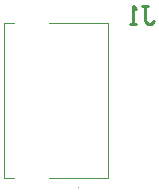
<source format=gbo>
G04*
G04 #@! TF.GenerationSoftware,Altium Limited,Altium Designer,21.6.4 (81)*
G04*
G04 Layer_Color=32896*
%FSLAX25Y25*%
%MOIN*%
G70*
G04*
G04 #@! TF.SameCoordinates,40B795BF-6EDD-478F-B4CC-B7A9BF3E8EBB*
G04*
G04*
G04 #@! TF.FilePolarity,Positive*
G04*
G01*
G75*
%ADD13C,0.01000*%
%ADD29C,0.00394*%
D13*
X694500Y200999D02*
X696499D01*
X695500D01*
Y196001D01*
X696499Y195001D01*
X697499D01*
X698499Y196001D01*
X692501Y195001D02*
X690501D01*
X691501D01*
Y200999D01*
X692501Y199999D01*
D29*
X673500Y140555D02*
G03*
X673500Y140161I0J-197D01*
G01*
D02*
G03*
X673500Y140555I0J197D01*
G01*
X648697Y195575D02*
X651847D01*
X648697Y143803D02*
Y195575D01*
Y143803D02*
X651847D01*
X663658Y195575D02*
X683224D01*
Y143803D02*
Y195575D01*
X663658Y143803D02*
X683224D01*
M02*

</source>
